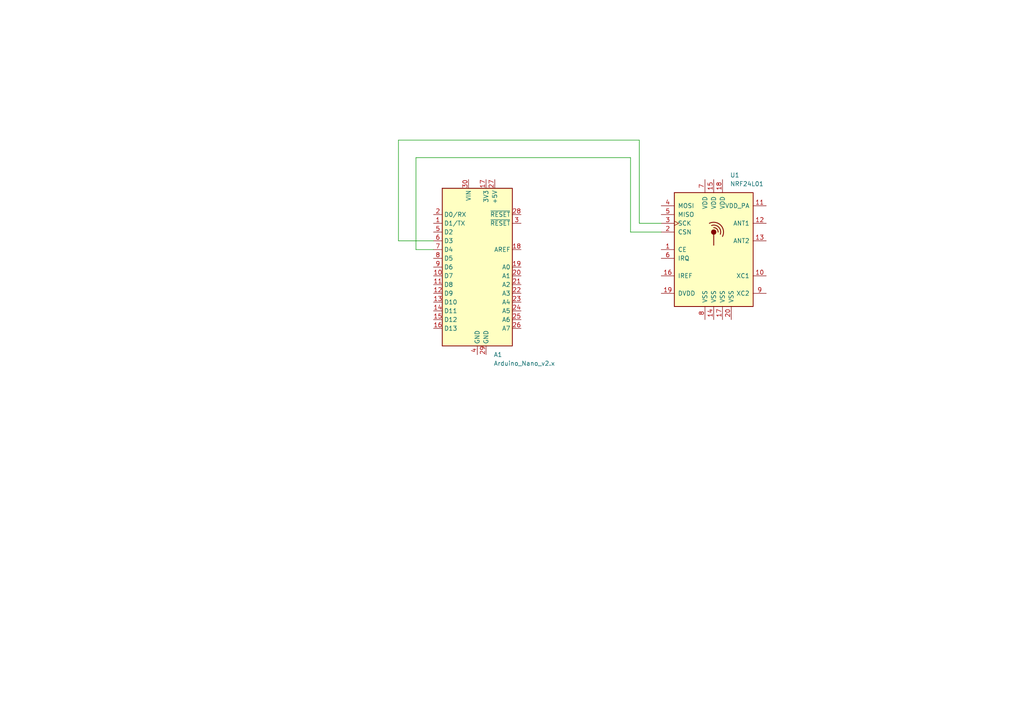
<source format=kicad_sch>
(kicad_sch (version 20231120) (generator "eeschema") (generator_version "8.0")
  (paper "A4")
  (lib_symbols
    (symbol "MCU_Module:Arduino_Nano_v2.x"
      (property "Reference" "A" (at -10.16 23.495 0))
      (property "Value" "Arduino_Nano_v2.x" (at 5.08 -24.13 0))
      (symbol "Arduino_Nano_v2.x_0_1"
        (rectangle (start -10.16 22.86) (end 10.16 -22.86) (stroke (width 0.254)) (fill (type background)))
      )
      (symbol "Arduino_Nano_v2.x_1_1"
        (pin bidirectional line (at -12.7 12.7 0) (length 2.54) (name "D1/TX") (number "1"))
        (pin bidirectional line (at -12.7 -2.54 0) (length 2.54) (name "D7") (number "10"))
        (pin bidirectional line (at -12.7 -5.08 0) (length 2.54) (name "D8") (number "11"))
        (pin bidirectional line (at -12.7 -7.62 0) (length 2.54) (name "D9") (number "12"))
        (pin bidirectional line (at -12.7 -10.16 0) (length 2.54) (name "D10") (number "13"))
        (pin bidirectional line (at -12.7 -12.7 0) (length 2.54) (name "D11") (number "14"))
        (pin bidirectional line (at -12.7 -15.24 0) (length 2.54) (name "D12") (number "15"))
        (pin bidirectional line (at -12.7 -17.78 0) (length 2.54) (name "D13") (number "16"))
        (pin power_out line (at 2.54 25.4 270) (length 2.54) (name "3V3") (number "17"))
        (pin input line (at 12.7 5.08 180) (length 2.54) (name "AREF") (number "18"))
        (pin bidirectional line (at 12.7 0 180) (length 2.54) (name "A0") (number "19"))
        (pin bidirectional line (at -12.7 15.24 0) (length 2.54) (name "D0/RX") (number "2"))
        (pin bidirectional line (at 12.7 -2.54 180) (length 2.54) (name "A1") (number "20"))
        (pin bidirectional line (at 12.7 -5.08 180) (length 2.54) (name "A2") (number "21"))
        (pin bidirectional line (at 12.7 -7.62 180) (length 2.54) (name "A3") (number "22"))
        (pin bidirectional line (at 12.7 -10.16 180) (length 2.54) (name "A4") (number "23"))
        (pin bidirectional line (at 12.7 -12.7 180) (length 2.54) (name "A5") (number "24"))
        (pin bidirectional line (at 12.7 -15.24 180) (length 2.54) (name "A6") (number "25"))
        (pin bidirectional line (at 12.7 -17.78 180) (length 2.54) (name "A7") (number "26"))
        (pin power_out line (at 5.08 25.4 270) (length 2.54) (name "+5V") (number "27"))
        (pin input line (at 12.7 15.24 180) (length 2.54) (name "~{RESET}") (number "28"))
        (pin power_in line (at 2.54 -25.4 90) (length 2.54) (name "GND") (number "29"))
        (pin input line (at 12.7 12.7 180) (length 2.54) (name "~{RESET}") (number "3"))
        (pin power_in line (at -2.54 25.4 270) (length 2.54) (name "VIN") (number "30"))
        (pin power_in line (at 0 -25.4 90) (length 2.54) (name "GND") (number "4"))
        (pin bidirectional line (at -12.7 10.16 0) (length 2.54) (name "D2") (number "5"))
        (pin bidirectional line (at -12.7 7.62 0) (length 2.54) (name "D3") (number "6"))
        (pin bidirectional line (at -12.7 5.08 0) (length 2.54) (name "D4") (number "7"))
        (pin bidirectional line (at -12.7 2.54 0) (length 2.54) (name "D5") (number "8"))
        (pin bidirectional line (at -12.7 0 0) (length 2.54) (name "D6") (number "9"))
      )
    )
    (symbol "RF:NRF24L01" (pin_names (offset 1.016))
      (property "Reference" "U" (at -11.43 17.78 0))
      (property "Value" "NRF24L01" (at 5.08 17.78 0))
      (symbol "NRF24L01_0_1"
        (rectangle (start -11.43 16.51) (end 11.43 -16.51) (stroke (width 0.254)) (fill (type background)))
        (polyline (pts (xy 0 4.445) (xy 0 1.27)) (stroke (width 0.254)))
        (circle (center 0 5.08) (radius 0.635) (stroke (width 0.254)) (fill (type outline)))
        (arc (start 1.27 5.08) (mid 0.9071 5.9946) (end 0 6.35) (stroke (width 0.254)))
        (arc (start 1.905 4.445) (mid 1.4313 6.5254) (end -0.635 6.985) (stroke (width 0.254)))
        (arc (start 2.54 3.81) (mid 2.008 7.088) (end -1.27 7.62) (stroke (width 0.254)))
        (rectangle (start 11.43 -13.97) (end 11.43 -13.97))
      )
      (symbol "NRF24L01_1_1"
        (pin input line (at -15.24 0 0) (length 3.81) (name "CE") (number "1"))
        (pin passive line (at 15.24 -7.62 180) (length 3.81) (name "XC1") (number "10"))
        (pin power_out line (at 15.24 12.7 180) (length 3.81) (name "VDD_PA") (number "11"))
        (pin passive line (at 15.24 7.62 180) (length 3.81) (name "ANT1") (number "12"))
        (pin passive line (at 15.24 2.54 180) (length 3.81) (name "ANT2") (number "13"))
        (pin power_in line (at 0 -20.32 90) (length 3.81) (name "VSS") (number "14"))
        (pin power_in line (at 0 20.32 270) (length 3.81) (name "VDD") (number "15"))
        (pin passive line (at -15.24 -7.62 0) (length 3.81) (name "IREF") (number "16"))
        (pin power_in line (at 2.54 -20.32 90) (length 3.81) (name "VSS") (number "17"))
        (pin power_in line (at 2.54 20.32 270) (length 3.81) (name "VDD") (number "18"))
        (pin power_out line (at -15.24 -12.7 0) (length 3.81) (name "DVDD") (number "19"))
        (pin input line (at -15.24 5.08 0) (length 3.81) (name "CSN") (number "2"))
        (pin power_in line (at 5.08 -20.32 90) (length 3.81) (name "VSS") (number "20"))
        (pin input clock (at -15.24 7.62 0) (length 3.81) (name "SCK") (number "3"))
        (pin input line (at -15.24 12.7 0) (length 3.81) (name "MOSI") (number "4"))
        (pin output line (at -15.24 10.16 0) (length 3.81) (name "MISO") (number "5"))
        (pin output line (at -15.24 -2.54 0) (length 3.81) (name "IRQ") (number "6"))
        (pin power_in line (at -2.54 20.32 270) (length 3.81) (name "VDD") (number "7"))
        (pin power_in line (at -2.54 -20.32 90) (length 3.81) (name "VSS") (number "8"))
        (pin passive line (at 15.24 -12.7 180) (length 3.81) (name "XC2") (number "9"))
      )
    )
  )
  (wire (pts (xy 191.77 67.31) (xy 182.88 67.31)))
  (wire (pts (xy 120.65 72.39) (xy 125.73 72.39)))
  (wire (pts (xy 115.57 40.64) (xy 115.57 69.85)))
  (wire (pts (xy 191.77 64.77) (xy 185.42 64.77)))
  (wire (pts (xy 182.88 67.31) (xy 182.88 45.72)))
  (wire (pts (xy 185.42 64.77) (xy 185.42 40.64)))
  (wire (pts (xy 120.65 45.72) (xy 120.65 72.39)))
  (wire (pts (xy 185.42 40.64) (xy 115.57 40.64)))
  (wire (pts (xy 115.57 69.85) (xy 125.73 69.85)))
  (wire (pts (xy 182.88 45.72) (xy 120.65 45.72)))
  (symbol (lib_id "RF:NRF24L01") (at 207.01 72.39 0) (unit 1)
    (property "Reference" "U1" (at 211.7441 50.8 0) (effects (justify left)))
    (property "Value" "NRF24L01" (at 211.7441 53.34 0) (effects (justify left)))
    (property "Footprint" "Package_DFN_QFN:QFN-20-1EP_4x4mm_P0.5mm_EP2.5x2.5mm" (effects (hide yes)))
    (property "Datasheet" "http://www.nordicsemi.com/eng/content/download/2730/34105/file/nRF24L01_Product_Specification_v2_0.pdf" (effects (hide yes)))
    (property "Description" "Ultra low power 2.4GHz RF Transceiver, QFN-20" (effects (hide yes)))
  )
  (symbol (lib_id "MCU_Module:Arduino_Nano_v2.x") (at 138.43 77.47 0) (unit 1)
    (property "Reference" "A1" (at 143.1641 102.87 0) (effects (justify left)))
    (property "Value" "Arduino_Nano_v2.x" (at 143.1641 105.41 0) (effects (justify left)))
    (property "Footprint" "Module:Arduino_Nano" (effects (hide yes)))
    (property "Datasheet" "https://www.arduino.cc/en/uploads/Main/ArduinoNanoManual23.pdf" (effects (hide yes)))
    (property "Description" "Arduino Nano v2.x" (effects (hide yes)))
  )
)
</source>
